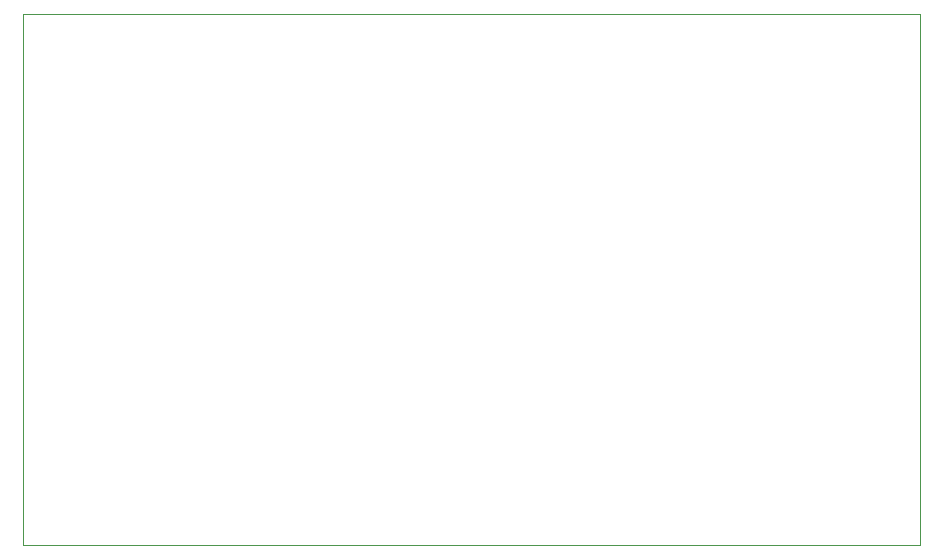
<source format=gbr>
%TF.GenerationSoftware,KiCad,Pcbnew,9.0.2*%
%TF.CreationDate,2025-06-20T14:09:44-04:00*%
%TF.ProjectId,hackpad,6861636b-7061-4642-9e6b-696361645f70,rev?*%
%TF.SameCoordinates,Original*%
%TF.FileFunction,Profile,NP*%
%FSLAX46Y46*%
G04 Gerber Fmt 4.6, Leading zero omitted, Abs format (unit mm)*
G04 Created by KiCad (PCBNEW 9.0.2) date 2025-06-20 14:09:44*
%MOMM*%
%LPD*%
G01*
G04 APERTURE LIST*
%TA.AperFunction,Profile*%
%ADD10C,0.050000*%
%TD*%
G04 APERTURE END LIST*
D10*
X119000000Y-65000000D02*
X195000000Y-65000000D01*
X195000000Y-110000000D01*
X119000000Y-110000000D01*
X119000000Y-65000000D01*
M02*

</source>
